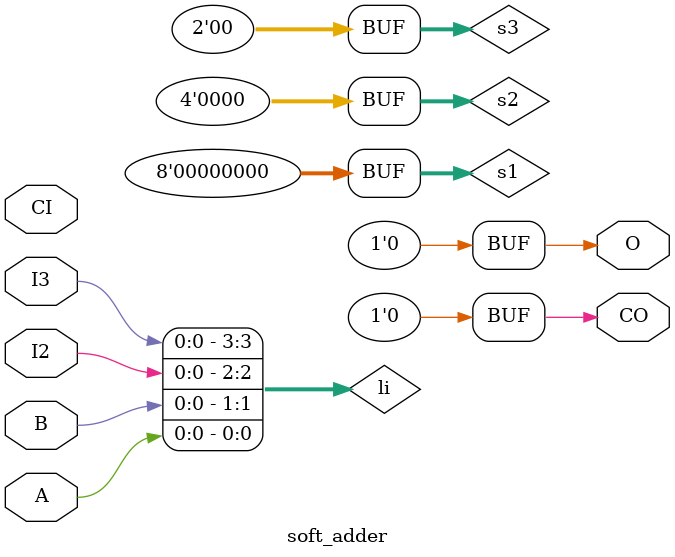
<source format=v>
(* abc9_box, lib_whitebox *)
module soft_adder (
    (* abc9_carry *)
    output CO,
    output O,
    input A, B,
    (* abc9_carry *)
    input CI,
    input I2, I3
);
    parameter LUT = 0;
    parameter I2_IS_CI = 0;

    // Effective LUT input
    wire [3:0] li = (I2_IS_CI) ? {I3, CI, B, A} : {I3, I2, B, A};

    // Output function
    wire [7:0] s1 = li[0] ?
        {LUT[15], LUT[13], LUT[11], LUT[9], LUT[7], LUT[5], LUT[3], LUT[1]} :
        {LUT[14], LUT[12], LUT[10], LUT[8], LUT[6], LUT[4], LUT[2], LUT[0]};

    wire [3:0] s2 = li[1] ? {s1[7], s1[5], s1[3], s1[1]} :
                            {s1[6], s1[4], s1[2], s1[0]};

    wire [1:0] s3 = li[2] ? {s2[3], s2[1]} : {s2[2], s2[0]};

    assign      O = li[3] ? s3[1] : s3[0];

    // Carry out function
    assign CO = (s2[2]) ? CI : s2[3];

endmodule

</source>
